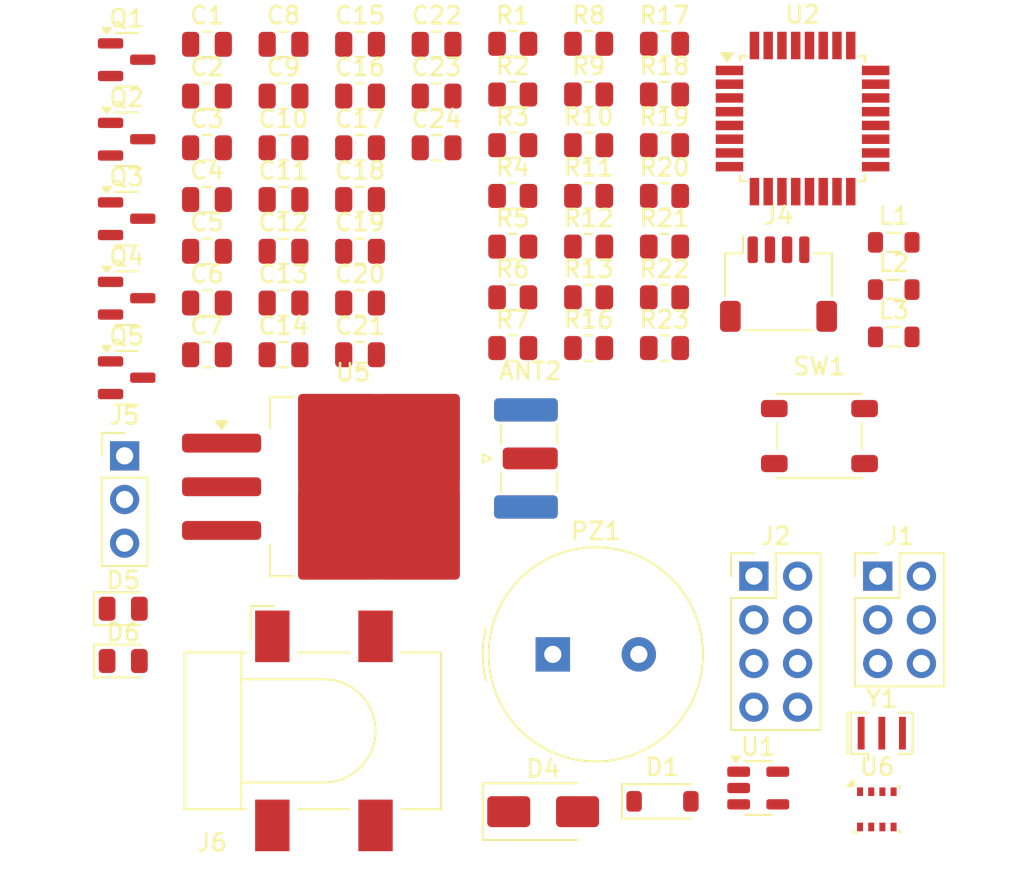
<source format=kicad_pcb>
(kicad_pcb (version 20241229) (generator "pcbnew") (generator_version "9.0")
  (layers (0 "F.Cu" signal) (2 "B.Cu" signal) (13 "F.Paste" user) (15 "B.Paste" user) (5 "F.SilkS" user "F.Silkscreen") (7 "B.SilkS" user "B.Silkscreen") (1 "F.Mask" user) (3 "B.Mask" user) (25 "Edge.Cuts" user))
  (net 0 "")
  (net 1 "Net-(ANT2-In)")
  (net 2 "GND")
  (net 3 "Net-(U5-VI)")
  (net 4 "/BATT-SENSE")
  (net 5 "+BATT")
  (net 6 "Net-(U1-BP)")
  (net 7 "+3.3V")
  (net 8 "Net-(U2-AREF)")
  (net 9 "Net-(U3-MIC-IN)")
  (net 10 "Net-(C14-Pad1)")
  (net 11 "Net-(C15-Pad2)")
  (net 12 "Net-(U3-ANTENNA)")
  (net 13 "Net-(C17-Pad2)")
  (net 14 "Net-(C18-Pad2)")
  (net 15 "Net-(Q5-D)")
  (net 16 "Net-(D1-A)")
  (net 18 "Net-(D5-A)")
  (net 19 "Net-(D6-A)")
  (net 20 "/MOSI")
  (net 21 "/SCK")
  (net 22 "/RESET")
  (net 23 "/MISO")
  (net 24 "/DIG-PTT")
  (net 25 "/SCL")
  (net 26 "Net-(J2-Pin_3)")
  (net 27 "Net-(J2-Pin_8)")
  (net 28 "Net-(J2-Pin_1)")
  (net 29 "/SDA")
  (net 30 "Net-(J4-Pin_4)")
  (net 31 "Net-(J4-Pin_3)")
  (net 34 "Net-(Q1-D)")
  (net 35 "Net-(Q1-S)")
  (net 36 "Net-(Q2-S)")
  (net 37 "Net-(Q2-D)")
  (net 38 "Net-(Q3-B)")
  (net 39 "Net-(Q4-C)")
  (net 40 "Net-(Q4-B)")
  (net 41 "/GPS-EN")
  (net 43 "Net-(U2-XTAL1{slash}PB6)")
  (net 44 "Net-(U2-XTAL2{slash}PB7)")
  (net 45 "Net-(U2-PD3)")
  (net 46 "Net-(U3-HIGH{slash}LOW)")
  (net 47 "Net-(U2-PD4)")
  (net 49 "Net-(U2-PB1)")
  (net 52 "/GPS-RX")
  (net 54 "Net-(U2-PB2)")
  (net 57 "/GPS-TX")
  (footprint "Capacitor_SMD:C_0805_2012Metric" (layer "F.Cu") (at 216.18 69.62)
    (property "Reference" "C6" (at 0 -1.68 0) (layer "F.SilkS"))
    (property "Value" "10nF")
    (pad "1" smd roundrect (at -0.95 0) (size 1 1.45) (layers "F.Cu" "F.Mask" "F.Paste") (net 5 "+BATT"))
    (pad "2" smd roundrect (at 0.95 0) (size 1 1.45) (layers "F.Cu" "F.Mask" "F.Paste") (net 2 "GND"))
  )
  (footprint "Capacitor_SMD:C_0805_2012Metric" (layer "F.Cu") (at 225.08 57.58)
    (property "Reference" "C16" (at 0 -1.68 0) (layer "F.SilkS"))
    (property "Value" "20pF")
    (pad "1" smd roundrect (at -0.95 0) (size 1 1.45) (layers "F.Cu" "F.Mask" "F.Paste") (net 2 "GND"))
    (pad "2" smd roundrect (at 0.95 0) (size 1 1.45) (layers "F.Cu" "F.Mask" "F.Paste") (net 12 "Net-(U3-ANTENNA)"))
  )
  (footprint "Resistor_SMD:R_0805_2012Metric" (layer "F.Cu") (at 233.96 72.24)
    (property "Reference" "R7" (at 0 -1.65 0) (layer "F.SilkS"))
    (property "Value" "10k")
    (pad "1" smd roundrect (at -0.9125 0) (size 1.025 1.4) (layers "F.Cu" "F.Mask" "F.Paste") (roundrect_rratio 0.243902) (net 7 "+3.3V"))
    (pad "2" smd roundrect (at 0.9125 0) (size 1.025 1.4) (layers "F.Cu" "F.Mask" "F.Paste") (roundrect_rratio 0.243902) (net 22 "/RESET"))
  )
  (footprint "Capacitor_SMD:C_0805_2012Metric" (layer "F.Cu") (at 216.18 54.57)
    (property "Reference" "C1" (at 0 -1.68 0) (layer "F.SilkS"))
    (property "Value" "10nF")
    (pad "1" smd roundrect (at -0.95 0) (size 1 1.45) (layers "F.Cu" "F.Mask" "F.Paste") (net 3 "Net-(U5-VI)"))
    (pad "2" smd roundrect (at 0.95 0) (size 1 1.45) (layers "F.Cu" "F.Mask" "F.Paste") (net 2 "GND"))
  )
  (footprint "Package_QFP:TQFP-32_7x7mm_P0.8mm" (layer "F.Cu") (at 250.81 58.89)
    (property "Reference" "U2" (at 0 -6.05 0) (layer "F.SilkS"))
    (property "Value" "ATMega 328p-AU")
    (pad "1" smd rect (at -4.25 -2.8) (size 1.6 0.55) (layers "F.Cu" "F.Mask" "F.Paste") (net 45 "Net-(U2-PD3)"))
    (pad "2" smd rect (at -4.25 -2) (size 1.6 0.55) (layers "F.Cu" "F.Mask" "F.Paste") (net 47 "Net-(U2-PD4)"))
    (pad "3" smd rect (at -4.25 -1.2) (size 1.6 0.55) (layers "F.Cu" "F.Mask" "F.Paste") (net 2 "GND"))
    (pad "4" smd rect (at -4.25 -0.4) (size 1.6 0.55) (layers "F.Cu" "F.Mask" "F.Paste") (net 7 "+3.3V"))
    (pad "5" smd rect (at -4.25 0.4) (size 1.6 0.55) (layers "F.Cu" "F.Mask" "F.Paste") (net 2 "GND"))
    (pad "6" smd rect (at -4.25 1.2) (size 1.6 0.55) (layers "F.Cu" "F.Mask" "F.Paste") (net 7 "+3.3V"))
    (pad "7" smd rect (at -4.25 2) (size 1.6 0.55) (layers "F.Cu" "F.Mask" "F.Paste") (net 43 "Net-(U2-XTAL1{slash}PB6)"))
    (pad "8" smd rect (at -4.25 2.8) (size 1.6 0.55) (layers "F.Cu" "F.Mask" "F.Paste") (net 44 "Net-(U2-XTAL2{slash}PB7)"))
    (pad "9" smd rect (at -2.8 4.25 90) (size 1.6 0.55) (layers "F.Cu" "F.Mask" "F.Paste") (net 27 "Net-(J2-Pin_8)"))
    (pad "10" smd rect (at -2 4.25 90) (size 1.6 0.55) (layers "F.Cu" "F.Mask" "F.Paste") (net 41 "/GPS-EN"))
    (pad "11" smd rect (at -1.2 4.25 90) (size 1.6 0.55) (layers "F.Cu" "F.Mask" "F.Paste") (net 57 "/GPS-TX"))
    (pad "12" smd rect (at -0.4 4.25 90) (size 1.6 0.55) (layers "F.Cu" "F.Mask" "F.Paste") (net 52 "/GPS-RX"))
    (pad "13" smd rect (at 0.4 4.25 90) (size 1.6 0.55) (layers "F.Cu" "F.Mask" "F.Paste") (net 49 "Net-(U2-PB1)"))
    (pad "14" smd rect (at 1.2 4.25 90) (size 1.6 0.55) (layers "F.Cu" "F.Mask" "F.Paste") (net 54 "Net-(U2-PB2)"))
    (pad "15" smd rect (at 2 4.25 90) (size 1.6 0.55) (layers "F.Cu" "F.Mask" "F.Paste") (net 20 "/MOSI"))
    (pad "16" smd rect (at 2.8 4.25 90) (size 1.6 0.55) (layers "F.Cu" "F.Mask" "F.Paste") (net 23 "/MISO"))
    (pad "17" smd rect (at 4.25 2.8) (size 1.6 0.55) (layers "F.Cu" "F.Mask" "F.Paste") (net 21 "/SCK"))
    (pad "18" smd rect (at 4.25 2) (size 1.6 0.55) (layers "F.Cu" "F.Mask" "F.Paste") (net 7 "+3.3V"))
    (pad "19" smd rect (at 4.25 1.2) (size 1.6 0.55) (layers "F.Cu" "F.Mask" "F.Paste"))
    (pad "20" smd rect (at 4.25 0.4) (size 1.6 0.55) (layers "F.Cu" "F.Mask" "F.Paste") (net 8 "Net-(U2-AREF)"))
    (pad "21" smd rect (at 4.25 -0.4) (size 1.6 0.55) (layers "F.Cu" "F.Mask" "F.Paste") (net 2 "GND"))
    (pad "22" smd rect (at 4.25 -1.2) (size 1.6 0.55) (layers "F.Cu" "F.Mask" "F.Paste"))
    (pad "23" smd rect (at 4.25 -2) (size 1.6 0.55) (layers "F.Cu" "F.Mask" "F.Paste"))
    (pad "24" smd rect (at 4.25 -2.8) (size 1.6 0.55) (layers "F.Cu" "F.Mask" "F.Paste") (net 4 "/BATT-SENSE"))
    (pad "25" smd rect (at 2.8 -4.25 90) (size 1.6 0.55) (layers "F.Cu" "F.Mask" "F.Paste"))
    (pad "26" smd rect (at 2 -4.25 90) (size 1.6 0.55) (layers "F.Cu" "F.Mask" "F.Paste"))
    (pad "27" smd rect (at 1.2 -4.25 90) (size 1.6 0.55) (layers "F.Cu" "F.Mask" "F.Paste") (net 29 "/SDA"))
    (pad "28" smd rect (at 0.4 -4.25 90) (size 1.6 0.55) (layers "F.Cu" "F.Mask" "F.Paste") (net 25 "/SCL"))
    (pad "29" smd rect (at -0.4 -4.25 90) (size 1.6 0.55) (layers "F.Cu" "F.Mask" "F.Paste") (net 22 "/RESET"))
    (pad "30" smd rect (at -1.2 -4.25 90) (size 1.6 0.55) (layers "F.Cu" "F.Mask" "F.Paste") (net 28 "Net-(J2-Pin_1)"))
    (pad "31" smd rect (at -2 -4.25 90) (size 1.6 0.55) (layers "F.Cu" "F.Mask" "F.Paste") (net 26 "Net-(J2-Pin_3)"))
    (pad "32" smd rect (at -2.8 -4.25 90) (size 1.6 0.55) (layers "F.Cu" "F.Mask" "F.Paste") (net 24 "/DIG-PTT"))
  )
  (footprint "Capacitor_SMD:C_0805_2012Metric" (layer "F.Cu") (at 225.08 63.6)
    (property "Reference" "C18" (at 0 -1.68 0) (layer "F.SilkS"))
    (property "Value" "36pF")
    (pad "1" smd roundrect (at -0.95 0) (size 1 1.45) (layers "F.Cu" "F.Mask" "F.Paste") (net 2 "GND"))
    (pad "2" smd roundrect (at 0.95 0) (size 1 1.45) (layers "F.Cu" "F.Mask" "F.Paste") (net 14 "Net-(C18-Pad2)"))
  )
  (footprint "Resistor_SMD:R_0805_2012Metric" (layer "F.Cu") (at 233.96 54.54)
    (property "Reference" "R1" (at 0 -1.65 0) (layer "F.SilkS"))
    (property "Value" "1k")
    (pad "1" smd roundrect (at -0.9125 0) (size 1.025 1.4) (layers "F.Cu" "F.Mask" "F.Paste") (roundrect_rratio 0.243902) (net 38 "Net-(Q3-B)"))
    (pad "2" smd roundrect (at 0.9125 0) (size 1.025 1.4) (layers "F.Cu" "F.Mask" "F.Paste") (roundrect_rratio 0.243902))
  )
  (footprint "Package_TO_SOT_SMD:SOT-23" (layer "F.Cu") (at 211.51 73.965)
    (property "Reference" "Q5" (at 0 -2.4 0) (layer "F.SilkS"))
    (property "Value" "DMP2004K-7")
    (pad "1" smd roundrect (at -0.9375 -0.95) (size 1.475 0.6) (layers "F.Cu" "F.Mask" "F.Paste") (net 41 "/GPS-EN"))
    (pad "2" smd roundrect (at -0.9375 0.95) (size 1.475 0.6) (layers "F.Cu" "F.Mask" "F.Paste") (net 7 "+3.3V"))
    (pad "3" smd roundrect (at 0.9375 0) (size 1.475 0.6) (layers "F.Cu" "F.Mask" "F.Paste") (net 15 "Net-(Q5-D)"))
  )
  (footprint "Crystal:Resonator_SMD_Murata_CSTxExxV-3Pin_3.0x1.1mm" (layer "F.Cu") (at 255.415 94.645)
    (property "Reference" "Y1" (at 0 -2 0) (layer "F.SilkS"))
    (property "Value" "8MHz")
    (pad "1" smd rect (at -1.2 0) (size 0.4 1.9) (layers "F.Cu" "F.Mask" "F.Paste") (net 44 "Net-(U2-XTAL2{slash}PB7)"))
    (pad "2" smd rect (at 0 0) (size 0.4 1.9) (layers "F.Cu" "F.Mask" "F.Paste") (net 2 "GND"))
    (pad "3" smd rect (at 1.2 0) (size 0.4 1.9) (layers "F.Cu" "F.Mask" "F.Paste") (net 43 "Net-(U2-XTAL1{slash}PB6)"))
  )
  (footprint "Connector_PinHeader_2.54mm:PinHeader_2x04_P2.54mm_Vertical" (layer "F.Cu") (at 247.98 85.51)
    (property "Reference" "J2" (at 1.27 -2.33 0) (layer "F.SilkS"))
    (property "Value" "8 Pin Male Header")
    (pad "1" thru_hole rect (at 0 0) (size 1.7 1.7) (drill 1) (layers "*.Cu" "*.Mask") (net 28 "Net-(J2-Pin_1)"))
    (pad "2" thru_hole oval (at 2.54 0) (size 1.7 1.7) (drill 1) (layers "*.Cu" "*.Mask") (net 7 "+3.3V"))
    (pad "3" thru_hole oval (at 0 2.54) (size 1.7 1.7) (drill 1) (layers "*.Cu" "*.Mask") (net 26 "Net-(J2-Pin_3)"))
    (pad "4" thru_hole oval (at 2.54 2.54) (size 1.7 1.7) (drill 1) (layers "*.Cu" "*.Mask") (net 25 "/SCL"))
    (pad "5" thru_hole oval (at 0 5.08) (size 1.7 1.7) (drill 1) (layers "*.Cu" "*.Mask") (net 2 "GND"))
    (pad "6" thru_hole oval (at 2.54 5.08) (size 1.7 1.7) (drill 1) (layers "*.Cu" "*.Mask") (net 29 "/SDA"))
    (pad "7" thru_hole oval (at 0 7.62) (size 1.7 1.7) (drill 1) (layers "*.Cu" "*.Mask") (net 24 "/DIG-PTT"))
    (pad "8" thru_hole oval (at 2.54 7.62) (size 1.7 1.7) (drill 1) (layers "*.Cu" "*.Mask") (net 27 "Net-(J2-Pin_8)"))
  )
  (footprint "Resistor_SMD:R_0805_2012Metric" (layer "F.Cu") (at 242.78 72.24)
    (property "Reference" "R23" (at 0 -1.65 0) (layer "F.SilkS"))
    (property "Value" "10k")
    (pad "1" smd roundrect (at -0.9125 0) (size 1.025 1.4) (layers "F.Cu" "F.Mask" "F.Paste") (roundrect_rratio 0.243902) (net 7 "+3.3V"))
    (pad "2" smd roundrect (at 0.9125 0) (size 1.025 1.4) (layers "F.Cu" "F.Mask" "F.Paste") (roundrect_rratio 0.243902) (net 41 "/GPS-EN"))
  )
  (footprint "Package_TO_SOT_SMD:SOT-23-5" (layer "F.Cu") (at 248.23 97.835)
    (property "Reference" "U1" (at 0 -2.4 0) (layer "F.SilkS"))
    (property "Value" "LP3985IM5-3.3/NOPB")
    (pad "1" smd roundrect (at -1.1375 -0.95) (size 1.325 0.6) (layers "F.Cu" "F.Mask" "F.Paste") (net 5 "+BATT"))
    (pad "2" smd roundrect (at -1.1375 0) (size 1.325 0.6) (layers "F.Cu" "F.Mask" "F.Paste") (net 2 "GND"))
    (pad "3" smd roundrect (at -1.1375 0.95) (size 1.325 0.6) (layers "F.Cu" "F.Mask" "F.Paste") (net 5 "+BATT"))
    (pad "4" smd roundrect (at 1.1375 0.95) (size 1.325 0.6) (layers "F.Cu" "F.Mask" "F.Paste") (net 6 "Net-(U1-BP)"))
    (pad "5" smd roundrect (at 1.1375 -0.95) (size 1.325 0.6) (layers "F.Cu" "F.Mask" "F.Paste") (net 7 "+3.3V"))
  )
  (footprint "Package_TO_SOT_SMD:SOT-23" (layer "F.Cu") (at 211.51 69.34)
    (property "Reference" "Q4" (at 0 -2.4 0) (layer "F.SilkS"))
    (property "Value" "MMBT3904")
    (pad "1" smd roundrect (at -0.9375 -0.95) (size 1.475 0.6) (layers "F.Cu" "F.Mask" "F.Paste") (net 40 "Net-(Q4-B)"))
    (pad "2" smd roundrect (at -0.9375 0.95) (size 1.475 0.6) (layers "F.Cu" "F.Mask" "F.Paste") (net 2 "GND"))
    (pad "3" smd roundrect (at 0.9375 0) (size 1.475 0.6) (layers "F.Cu" "F.Mask" "F.Paste") (net 39 "Net-(Q4-C)"))
  )
  (footprint "Capacitor_SMD:C_0805_2012Metric" (layer "F.Cu") (at 220.63 60.59)
    (property "Reference" "C10" (at 0 -1.68 0) (layer "F.SilkS"))
    (property "Value" "10nF")
    (pad "1" smd roundrect (at -0.95 0) (size 1 1.45) (layers "F.Cu" "F.Mask" "F.Paste") (net 7 "+3.3V"))
    (pad "2" smd roundrect (at 0.95 0) (size 1 1.45) (layers "F.Cu" "F.Mask" "F.Paste") (net 2 "GND"))
  )
  (footprint "Capacitor_SMD:C_0805_2012Metric" (layer "F.Cu") (at 225.08 69.62)
    (property "Reference" "C20" (at 0 -1.68 0) (layer "F.SilkS"))
    (property "Value" "10nF")
    (pad "1" smd roundrect (at -0.95 0) (size 1 1.45) (layers "F.Cu" "F.Mask" "F.Paste") (net 15 "Net-(Q5-D)"))
    (pad "2" smd roundrect (at 0.95 0) (size 1 1.45) (layers "F.Cu" "F.Mask" "F.Paste") (net 2 "GND"))
  )
  (footprint "Package_TO_SOT_SMD:TO-263-3_TabPin2" (layer "F.Cu") (at 224.68 80.31)
    (property "Reference" "U5" (at 0 -6.65 0) (layer "F.SilkS"))
    (property "Value" "LM1086-5.0")
    (pad "1" smd roundrect (at -7.65 -2.54) (size 4.6 1.1) (layers "F.Cu" "F.Mask" "F.Paste") (roundrect_rratio 0.227273) (net 2 "GND"))
    (pad "2" smd roundrect (at -7.65 0) (size 4.6 1.1) (layers "F.Cu" "F.Mask" "F.Paste") (roundrect_rratio 0.227273) (net 5 "+BATT"))
    (pad "2" smd roundrect (at -0.925 -2.775) (size 4.55 5.25) (layers "F.Cu" "F.Paste") (roundrect_rratio 0.054945) (net 5 "+BATT"))
    (pad "2" smd roundrect (at -0.925 2.775) (size 4.55 5.25) (layers "F.Cu" "F.Paste") (roundrect_rratio 0.054945) (net 5 "+BATT"))
    (pad "2" smd roundrect (at 1.5 0) (size 9.4 10.8) (layers "F.Cu" "F.Mask") (roundrect_rratio 0.026596) (net 5 "+BATT"))
    (pad "2" smd roundrect (at 3.925 -2.775) (size 4.55 5.25) (layers "F.Cu" "F.Paste") (roundrect_rratio 0.054945) (net 5 "+BATT"))
    (pad "2" smd roundrect (at 3.925 2.775) (size 4.55 5.25) (layers "F.Cu" "F.Paste") (roundrect_rratio 0.054945) (net 5 "+BATT"))
    (pad "3" smd roundrect (at -7.65 2.54) (size 4.6 1.1) (layers "F.Cu" "F.Mask" "F.Paste") (roundrect_rratio 0.227273) (net 3 "Net-(U5-VI)"))
  )
  (footprint "Buzzer_Beeper:Buzzer_TDK_PS1240P02BT_D12.2mm_H6.5mm" (layer "F.Cu") (at 236.288431 90.06)
    (property "Reference" "PZ1" (at 2.5 -7.17 0) (layer "F.SilkS"))
    (property "Value" "Piezo Buzzer")
    (pad "1" thru_hole rect (at 0 0) (size 2 2) (drill 1) (layers "*.Cu" "*.Mask") (net 5 "+BATT"))
    (pad "2" thru_hole circle (at 5 0) (size 2 2) (drill 1) (layers "*.Cu" "*.Mask") (net 16 "Net-(D1-A)"))
  )
  (footprint "Capacitor_SMD:C_0805_2012Metric" (layer "F.Cu") (at 229.53 57.58)
    (property "Reference" "C23" (at 0 -1.68 0) (layer "F.SilkS"))
    (property "Value" "10nF")
    (pad "1" smd roundrect (at -0.95 0) (size 1 1.45) (layers "F.Cu" "F.Mask" "F.Paste") (net 5 "+BATT"))
    (pad "2" smd roundrect (at 0.95 0) (size 1 1.45) (layers "F.Cu" "F.Mask" "F.Paste") (net 2 "GND"))
  )
  (footprint "Capacitor_SMD:C_0805_2012Metric" (layer "F.Cu") (at 229.53 60.59)
    (property "Reference" "C24" (at 0 -1.68 0) (layer "F.SilkS"))
    (property "Value" "10nF")
    (pad "1" smd roundrect (at -0.95 0) (size 1 1.45) (layers "F.Cu" "F.Mask" "F.Paste") (net 7 "+3.3V"))
    (pad "2" smd roundrect (at 0.95 0) (size 1 1.45) (layers "F.Cu" "F.Mask" "F.Paste") (net 2 "GND"))
  )
  (footprint "Diode_SMD:D_SOD-123" (layer "F.Cu") (at 242.665 98.61)
    (property "Reference" "D1" (at 0 -2 0) (layer "F.SilkS"))
    (property "Value" "1N4007FL")
    (pad "1" smd roundrect (at -1.65 0) (size 0.9 1.2) (layers "F.Cu" "F.Mask" "F.Paste") (net 5 "+BATT"))
    (pad "2" smd roundrect (at 1.65 0) (size 0.9 1.2) (layers "F.Cu" "F.Mask" "F.Paste") (net 16 "Net-(D1-A)"))
  )
  (footprint "Capacitor_SMD:C_0805_2012Metric" (layer "F.Cu") (at 216.18 66.61)
    (property "Reference" "C5" (at 0 -1.68 0) (layer "F.SilkS"))
    (property "Value" "10nF")
    (pad "1" smd roundrect (at -0.95 0) (size 1 1.45) (layers "F.Cu" "F.Mask" "F.Paste") (net 5 "+BATT"))
    (pad "2" smd roundrect (at 0.95 0) (size 1 1.45) (layers "F.Cu" "F.Mask" "F.Paste") (net 2 "GND"))
  )
  (footprint "Capacitor_SMD:C_0805_2012Metric" (layer "F.Cu") (at 229.53 54.57)
    (property "Reference" "C22" (at 0 -1.68 0) (layer "F.SilkS"))
    (property "Value" "10nF")
    (pad "1" smd roundrect (at -0.95 0) (size 1 1.45) (layers "F.Cu" "F.Mask" "F.Paste") (net 5 "+BATT"))
    (pad "2" smd roundrect (at 0.95 0) (size 1 1.45) (layers "F.Cu" "F.Mask" "F.Paste") (net 2 "GND"))
  )
  (footprint "Resistor_SMD:R_0805_2012Metric" (layer "F.Cu") (at 238.37 60.44)
    (property "Reference" "R10" (at 0 -1.65 0) (layer "F.SilkS"))
    (property "Value" "10k")
    (pad "1" smd roundrect (at -0.9125 0) (size 1.025 1.4) (layers "F.Cu" "F.Mask" "F.Paste") (roundrect_rratio 0.243902) (net 35 "Net-(Q1-S)"))
    (pad "2" smd roundrect (at 0.9125 0) (size 1.025 1.4) (layers "F.Cu" "F.Mask" "F.Paste") (roundrect_rratio 0.243902) (net 7 "+3.3V"))
  )
  (footprint "Capacitor_SMD:C_0805_2012Metric" (layer "F.Cu") (at 220.63 69.62)
    (property "Reference" "C13" (at 0 -1.68 0) (layer "F.SilkS"))
    (property "Value" "10nF")
    (pad "1" smd roundrect (at -0.95 0) (size 1 1.45) (layers "F.Cu" "F.Mask" "F.Paste") (net 8 "Net-(U2-AREF)"))
    (pad "2" smd roundrect (at 0.95 0) (size 1 1.45) (layers "F.Cu" "F.Mask" "F.Paste") (net 2 "GND"))
  )
  (footprint "Capacitor_SMD:C_0805_2012Metric" (layer "F.Cu") (at 225.08 54.57)
    (property "Reference" "C15" (at 0 -1.68 0) (layer "F.SilkS"))
    (property "Value" "10nF")
    (pad "1" smd roundrect (at -0.95 0) (size 1 1.45) (layers "F.Cu" "F.Mask" "F.Paste") (net 10 "Net-(C14-Pad1)"))
    (pad "2" smd roundrect (at 0.95 0) (size 1 1.45) (layers "F.Cu" "F.Mask" "F.Paste") (net 11 "Net-(C15-Pad2)"))
  )
  (footprint "Capacitor_SMD:C_0805_2012Metric" (layer "F.Cu") (at 220.63 72.63)
    (property "Reference" "C14" (at 0 -1.68 0) (layer "F.SilkS"))
    (property "Value" "1uF")
    (pad "1" smd roundrect (at -0.95 0) (size 1 1.45) (layers "F.Cu" "F.Mask" "F.Paste") (net 10 "Net-(C14-Pad1)"))
    (pad "2" smd roundrect (at 0.95 0) (size 1 1.45) (layers "F.Cu" "F.Mask" "F.Paste") (net 9 "Net-(U3-MIC-IN)"))
  )
  (footprint "Capacitor_SMD:C_0805_2012Metric" (layer "F.Cu") (at 220.63 57.58)
    (property "Reference" "C9" (at 0 -1.68 0) (layer "F.SilkS"))
    (property "Value" "10nF")
    (pad "1" smd roundrect (at -0.95 0) (size 1 1.45) (layers "F.Cu" "F.Mask" "F.Paste") (net 7 "+3.3V"))
    (pad "2" smd roundrect (at 0.95 0) (size 1 1.45) (layers "F.Cu" "F.Mask" "F.Paste") (net 2 "GND"))
  )
  (footprint "Package_LGA:Bosch_LGA-8_2.5x2.5mm_P0.65mm_ClockwisePinNumbering" (layer "F.Cu") (at 255.125 99.075)
    (property "Reference" "U6" (at 0.015 -2.465 0) (layer "F.SilkS"))
    (property "Value" "BME280")
    (pad "1" smd rect (at -0.975 -1.025 90) (size 0.5 0.35) (layers "F.Cu" "F.Mask" "F.Paste") (net 2 "GND"))
    (pad "2" smd rect (at -0.325 -1.025 90) (size 0.5 0.35) (layers "F.Cu" "F.Mask" "F.Paste") (net 7 "+3.3V"))
    (pad "3" smd rect (at 0.325 -1.025 90) (size 0.5 0.35) (layers "F.Cu" "F.Mask" "F.Paste") (net 31 "Net-(J4-Pin_3)"))
    (pad "4" smd rect (at 0.975 -1.025 90) (size 0.5 0.35) (layers "F.Cu" "F.Mask" "F.Paste") (net 30 "Net-(J4-Pin_4)"))
    (pad "5" smd rect (at 0.975 1.025 90) (size 0.5 0.35) (layers "F.Cu" "F.Mask" "F.Paste") (net 2 "GND"))
    (pad "6" smd rect (at 0.325 1.025 90) (size 0.5 0.35) (layers "F.Cu" "F.Mask" "F.Paste") (net 7 "+3.3V"))
    (pad "7" smd rect (at -0.325 1.025 90) (size 0.5 0.35) (layers "F.Cu" "F.Mask" "F.Paste") (net 2 "GND"))
    (pad "8" smd rect (at -0.975 1.025 90) (size 0.5 0.35) (layers "F.Cu" "F.Mask" "F.Paste") (net 7 "+3.3V"))
  )
  (footprint "Capacitor_SMD:C_0805_2012Metric" (layer "F.Cu") (at 216.18 60.59)
    (property "Reference" "C3" (at 0 -1.68 0) (layer "F.SilkS"))
    (property "Value" "10nF")
    (pad "1" smd roundrect (at -0.95 0) (size 1 1.45) (layers "F.Cu" "F.Mask" "F.Paste") (net 5 "+BATT"))
    (pad "2" smd roundrect (at 0.95 0) (size 1 1.45) (layers "F.Cu" "F.Mask" "F.Paste") (net 2 "GND"))
  )
  (footprint "Capacitor_SMD:C_0805_2012Metric" (layer "F.Cu") (at 220.63 63.6)
    (property "Reference" "C11" (at 0 -1.68 0) (layer "F.SilkS"))
    (property "Value" "10nF")
    (pad "1" smd roundrect (at -0.95 0) (size 1 1.45) (layers "F.Cu" "F.Mask" "F.Paste") (net 7 "+3.3V"))
    (pad "2" smd roundrect (at 0.95 0) (size 1 1.45) (layers "F.Cu" "F.Mask" "F.Paste") (net 2 "GND"))
  )
  (footprint "Package_TO_SOT_SMD:SOT-23" (layer "F.Cu") (at 211.51 55.465)
    (property "Reference" "Q1" (at 0 -2.4 0) (layer "F.SilkS"))
    (property "Value" "BSS138")
    (pad "1" smd roundrect (at -0.9375 -0.95) (size 1.475 0.6) (layers "F.Cu" "F.Mask" "F.Paste") (net 7 "+3.3V"))
    (pad "2" smd roundrect (at -0.9375 0.95) (size 1.475 0.6) (layers "F.Cu" "F.Mask" "F.Paste") (net 35 "Net-(Q1-S)"))
    (pad "3" smd roundrect (at 0.9375 0) (size 1.475 0.6) (layers "F.Cu" "F.Mask" "F.Paste") (net 34 "Net-(Q1-D)"))
  )
  (footprint "Resistor_SMD:R_0805_2012Metric" (layer "F.Cu") (at 238.37 63.39)
    (property "Reference" "R11" (at 0 -1.65 0) (layer "F.SilkS"))
    (property "Value" "10k")
    (pad "1" smd roundrect (at -0.9125 0) (size 1.025 1.4) (layers "F.Cu" "F.Mask" "F.Paste") (roundrect_rratio 0.243902) (net 34 "Net-(Q1-D)"))
    (pad "2" smd roundrect (at 0.9125 0) (size 1.025 1.4) (layers "F.Cu" "F.Mask" "F.Paste") (roundrect_rratio 0.243902) (net 5 "+BATT"))
  )
  (footprint "Resistor_SMD:R_0805_2012Metric" (layer "F.Cu") (at 242.78 60.44)
    (property "Reference" "R19" (at 0 -1.65 0) (layer "F.SilkS"))
    (property "Value" "10k")
    (pad "1" smd roundrect (at -0.9125 0) (size 1.025 1.4) (layers "F.Cu" "F.Mask" "F.Paste") (roundrect_rratio 0.243902) (net 2 "GND"))
    (pad "2" smd roundrect (at 0.9125 0) (size 1.025 1.4) (layers "F.Cu" "F.Mask" "F.Paste") (roundrect_rratio 0.243902) (net 46 "Net-(U3-HIGH{slash}LOW)"))
  )
  (footprint "Capacitor_SMD:C_0805_2012Metric" (layer "F.Cu") (at 225.08 66.61)
    (property "Reference" "C19" (at 0 -1.68 0) (layer "F.SilkS"))
    (property "Value" "20pF")
    (pad "1" smd roundrect (at -0.95 0) (size 1 1.45) (layers "F.Cu" "F.Mask" "F.Paste") (net 2 "GND"))
    (pad "2" smd roundrect (at 0.95 0) (size 1 1.45) (layers "F.Cu" "F.Mask" "F.Paste") (net 1 "Net-(ANT2-In)"))
  )
  (footprint "Diode_SMD:D_SMA" (layer "F.Cu") (at 235.725 99.21)
    (property "Reference" "D4" (at 0 -2.5 0) (layer "F.SilkS"))
    (property "Value" "CDBA340L-G Schottky")
    (pad "1" smd roundrect (at -2 0) (size 2.5 1.8) (layers "F.Cu" "F.Mask" "F.Paste") (roundrect_rratio 0.1388888889) (net 5 "+BATT"))
    (pad "2" smd roundrect (at 2 0) (size 2.5 1.8) (layers "F.Cu" "F.Mask" "F.Paste") (roundrect_rratio 0.1388888889))
  )
  (footprint "Diode_SMD:D_0805_2012Metric" (layer "F.Cu") (at 211.31 87.405)
    (property "Reference" "D5" (at 0 -1.65 0) (layer "F.SilkS"))
    (property "Value" "Red")
    (pad "1" smd roundrect (at -0.9375 0) (size 0.975 1.4) (layers "F.Cu" "F.Mask" "F.Paste") (net 2 "GND"))
    (pad "2" smd roundrect (at 0.9375 0) (size 0.975 1.4) (layers "F.Cu" "F.Mask" "F.Paste") (net 18 "Net-(D5-A)"))
  )
  (footprint "Connector_PinHeader_2.54mm:PinHeader_2x03_P2.54mm_Vertical" (layer "F.Cu") (at 255.18 85.51)
    (property "Reference" "J1" (at 1.27 -2.33 0) (layer "F.SilkS"))
    (property "Value" "6 Pin Male Header")
    (pad "1" thru_hole rect (at 0 0) (size 1.7 1.7) (drill 1) (layers "*.Cu" "*.Mask") (net 23 "/MISO"))
    (pad "2" thru_hole oval (at 2.54 0) (size 1.7 1.7) (drill 1) (layers "*.Cu" "*.Mask") (net 5 "+BATT"))
    (pad "3" thru_hole oval (at 0 2.54) (size 1.7 1.7) (drill 1) (layers "*.Cu" "*.Mask") (net 21 "/SCK"))
    (pad "4" thru_hole oval (at 2.54 2.54) (size 1.7 1.7) (drill 1) (layers "*.Cu" "*.Mask") (net 20 "/MOSI"))
    (pad "5" thru_hole oval (at 0 5.08) (size 1.7 1.7) (drill 1) (layers "*.Cu" "*.Mask") (net 22 "/RESET"))
    (pad "6" thru_hole oval (at 2.54 5.08) (size 1.7 1.7) (drill 1) (layers "*.Cu" "*.Mask") (net 2 "GND"))
  )
  (footprint "Resistor_SMD:R_0805_2012Metric" (layer "F.Cu") (at 238.37 54.54)
    (property "Reference" "R8" (at 0 -1.65 0) (layer "F.SilkS"))
    (property "Value" "4.7k")
    (pad "1" smd roundrect (at -0.9125 0) (size 1.025 1.4) (layers "F.Cu" "F.Mask" "F.Paste") (roundrect_rratio 0.243902) (net 7 "+3.3V"))
    (pad "2" smd roundrect (at 0.9125 0) (size 1.025 1.4) (layers "F.Cu" "F.Mask" "F.Paste") (roundrect_rratio 0.243902) (net 25 "/SCL"))
  )
  (footprint "Capacitor_SMD:C_0805_2012Metric" (layer "F.Cu") (at 225.08 72.63)
    (property "Reference" "C21" (at 0 -1.68 0) (layer "F.SilkS"))
    (property "Value" "2.2uF")
    (pad "1" smd roundrect (at -0.95 0) (size 1 1.45) (layers "F.Cu" "F.Mask" "F.Paste") (net 5 "+BATT"))
    (pad "2" smd roundrect (at 0.95 0) (size 1 1.45) (layers "F.Cu" "F.Mask" "F.Paste") (net 2 "GND"))
  )
  (footprint "Resistor_SMD:R_0805_2012Metric" (layer "F.Cu") (at 233.96 57.49)
    (property "Reference" "R2" (at 0 -1.65 0) (layer "F.SilkS"))
    (property "Value" "100k")
    (pad "1" smd roundrect (at -0.9125 0) (size 1.025 1.4) (layers "F.Cu" "F.Mask" "F.Paste") (roundrect_rratio 0.243902) (net 4 "/BATT-SENSE"))
    (pad "2" smd roundrect (at 0.9125 0) (size 1.025 1.4) (layers "F.Cu" "F.Mask" "F.Paste") (roundrect_rratio 0.243902) (net 5 "+BATT"))
  )
  (footprint "Resistor_SMD:R_0805_2012Metric" (layer "F.Cu") (at 238.37 57.49)
    (property "Reference" "R9" (at 0 -1.65 0) (layer "F.SilkS"))
    (property "Value" "4.7k")
    (pad "1" smd roundrect (at -0.9125 0) (size 1.025 1.4) (layers "F.Cu" "F.Mask" "F.Paste") (roundrect_rratio 0.243902) (net 7 "+3.3V"))
    (pad "2" smd roundrect (at 0.9125 0) (size 1.025 1.4) (layers "F.Cu" "F.Mask" "F.Paste") (roundrect_rratio 0.243902) (net 29 "/SDA"))
  )
  (footprint "Connector_JST:JST_SH_SM04B-SRSS-TB_1x04-1MP_P1.00mm_Horizontal" (layer "F.Cu") (at 249.41 68.52)
    (property "Reference" "J4" (at 0 -3.98 0) (layer "F.SilkS"))
    (property "Value" "Qwiic")
    (pad "1" smd roundrect (at -1.5 -2) (size 0.6 1.55) (layers "F.Cu" "F.Mask" "F.Paste") (net 2 "GND"))
    (pad "2" smd roundrect (at -0.5 -2) (size 0.6 1.55) (layers "F.Cu" "F.Mask" "F.Paste") (net 7 "+3.3V"))
    (pad "3" smd roundrect (at 0.5 -2) (size 0.6 1.55) (layers "F.Cu" "F.Mask" "F.Paste") (net 31 "Net-(J4-Pin_3)"))
    (pad "4" smd roundrect (at 1.5 -2) (size 0.6 1.55) (layers "F.Cu" "F.Mask" "F.Paste") (net 30 "Net-(J4-Pin_4)"))
    (pad "MP" smd roundrect (at -2.8 1.875) (size 1.2 1.8) (layers "F.Cu" "F.Mask" "F.Paste") (roundrect_rratio 0.208333))
    (pad "MP" smd roundrect (at 2.8 1.875) (size 1.2 1.8) (layers "F.Cu" "F.Mask" "F.Paste") (roundrect_rratio 0.208333))
  )
  (footprint "Resistor_SMD:R_0805_2012Metric" (layer "F.Cu") (at 242.78 66.34)
    (property "Reference" "R21" (at 0 -1.65 0) (layer "F.SilkS"))
    (property "Value" "10k")
    (pad "1" smd roundrect (at -0.9125 0) (size 1.025 1.4) (layers "F.Cu" "F.Mask" "F.Paste") (roundrect_rratio 0.243902) (net 2 "GND"))
    (pad "2" smd roundrect (at 0.9125 0) (size 1.025 1.4) (layers "F.Cu" "F.Mask" "F.Paste") (roundrect_rratio 0.243902) (net 11 "Net-(C15-Pad2)"))
  )
  (footprint "Resistor_SMD:R_0805_2012Metric" (layer "F.Cu") (at 238.37 72.24)
    (property "Reference" "R16" (at 0 -1.65 0) (layer "F.SilkS"))
    (property "Value" "4.7k")
    (pad "1" smd roundrect (at -0.9125 0) (size 1.025 1.4) (layers "F.Cu" "F.Mask" "F.Paste") (roundrect_rratio 0.243902) (net 45 "Net-(U2-PD3)"))
    (pad "2" smd roundrect (at 0.9125 0) (size 1.025 1.4) (layers "F.Cu" "F.Mask" "F.Paste") (roundrect_rratio 0.243902) (net 10 "Net-(C14-Pad1)"))
  )
  (footprint "Inductor_SMD:L_0805_2012Metric" (layer "F.Cu") (at 256.11 68.84)
    (property "Reference" "L2" (at 0 -1.55 0) (layer "F.SilkS"))
    (property "Value" "68nH")
    (pad "1" smd roundrect (at -1.0625 0) (size 0.875 1.2) (layers "F.Cu" "F.Mask" "F.Paste") (net 13 "Net-(C17-Pad2)"))
    (pad "2" smd roundrect (at 1.0625 0) (size 0.875 1.2) (layers "F.Cu" "F.Mask" "F.Paste") (net 14 "Net-(C18-Pad2)"))
  )
  (footprint "Inductor_SMD:L_0805_2012Metric" (layer "F.Cu") (at 256.11 66.09)
    (property "Reference" "L1" (at 0 -1.55 0) (layer "F.SilkS"))
    (property "Value" "56nH")
    (pad "1" smd roundrect (at -1.0625 0) (size 0.875 1.2) (layers "F.Cu" "F.Mask" "F.Paste") (net 12 "Net-(U3-ANTENNA)"))
    (pad "2" smd roundrect (at 1.0625 0) (size 0.875 1.2) (layers "F.Cu" "F.Mask" "F.Paste") (net 13 "Net-(C17-Pad2)"))
  )
  (footprint "Inductor_SMD:L_0805_2012Metric" (layer "F.Cu") (at 256.11 71.59)
    (property "Reference" "L3" (at 0 -1.55 0) (layer "F.SilkS"))
    (property "Value" "56nH")
    (pad "1" smd roundrect (at -1.0625 0) (size 0.875 1.2) (layers "F.Cu" "F.Mask" "F.Paste") (net 14 "Net-(C18-Pad2)"))
    (pad "2" smd roundrect (at 1.0625 0) (size 0.875 1.2) (layers "F.Cu" "F.Mask" "F.Paste") (net 1 "Net-(ANT2-In)"))
  )
  (footprint "Resistor_SMD:R_0805_2012Metric" (layer "F.Cu") (at 233.96 66.34)
    (property "Reference" "R5" (at 0 -1.65 0) (layer "F.SilkS"))
    (property "Value" "1k")
    (pad "1" smd roundrect (at -0.9125 0) (size 1.025 1.4) (layers "F.Cu" "F.Mask" "F.Paste") (roundrect_rratio 0.243902) (net 21 "/SCK"))
    (pad "2" smd roundrect (at 0.9125 0) (size 1.025 1.4) (layers "F.Cu" "F.Mask" "F.Paste") (roundrect_rratio 0.243902) (net 19 "Net-(D6-A)"))
  )
  (footprint "Capacitor_SMD:C_0805_2012Metric" (layer "F.Cu") (at 216.18 72.63)
    (property "Reference" "C7" (at 0 -1.68 0) (layer "F.SilkS"))
    (property "Value" "10nF")
    (pad "1" smd roundrect (at -0.95 0) (size 1 1.45) (layers "F.Cu" "F.Mask" "F.Paste") (net 6 "Net-(U1-BP)"))
    (pad "2" smd roundrect (at 0.95 0) (size 1 1.45) (layers "F.Cu" "F.Mask" "F.Paste") (net 2 "GND"))
  )
  (footprint "Resistor_SMD:R_0805_2012Metric" (layer "F.Cu") (at 238.37 69.29)
    (property "Reference" "R13" (at 0 -1.65 0) (layer "F.SilkS"))
    (property "Value" "10k")
    (pad "1" smd roundrect (at -0.9125 0) (size 1.025 1.4) (layers "F.Cu" "F.Mask" "F.Paste") (roundrect_rratio 0.243902) (net 37 "Net-(Q2-D)"))
    (pad "2" smd roundrect (at 0.9125 0) (size 1.025 1.4) (layers "F.Cu" "F.Mask" "F.Paste") (roundrect_rratio 0.243902) (net 5 "+BATT"))
  )
  (footprint "Button_Switch_SMD:SW_SPST_PTS647_Sx38" (layer "F.Cu") (at 251.79 77.36)
    (property "Reference" "SW1" (at 0 -4.05 0) (layer "F.SilkS"))
    (property "Value" "Reset Switch")
    (pad "1" smd roundrect (at -2.625 -1.6) (size 1.55 1) (layers "F.Cu" "F.Mask" "F.Paste"))
    (pad "1" smd roundrect (at 2.625 -1.6) (size 1.55 1) (layers "F.Cu" "F.Mask" "F.Paste"))
    (pad "2" smd roundrect (at -2.625 1.6) (size 1.55 1) (layers "F.Cu" "F.Mask" "F.Paste") (net 2 "GND"))
    (pad "2" smd roundrect (at 2.625 1.6) (size 1.55 1) (layers "F.Cu" "F.Mask" "F.Paste") (net 2 "GND"))
  )
  (footprint "Capacitor_SMD:C_0805_2012Metric" (layer "F.Cu") (at 225.08 60.59)
    (property "Reference" "C17" (at 0 -1.68 0) (layer "F.SilkS"))
    (property "Value" "36pF")
    (pad "1" smd roundrect (at -0.95 0) (size 1 1.45) (layers "F.Cu" "F.Mask" "F.Paste") (net 2 "GND"))
    (pad "2" smd roundrect (at 0.95 0) (size 1 1.45) (layers "F.Cu" "F.Mask" "F.Paste") (net 13 "Net-(C17-Pad2)"))
  )
  (footprint "Resistor_SMD:R_0805_2012Metric" (layer "F.Cu") (at 242.78 54.54)
    (property "Reference" "R17" (at 0 -1.65 0) (layer "F.SilkS"))
    (property "Value" "1k")
    (pad "1" smd roundrect (at -0.9125 0) (size 1.025 1.4) (layers "F.Cu" "F.Mask" "F.Paste") (roundrect_rratio 0.243902) (net 24 "/DIG-PTT"))
    (pad "2" smd roundrect (at 0.9125 0) (size 1.025 1.4) (layers "F.Cu" "F.Mask" "F.Paste") (roundrect_rratio 0.243902) (net 40 "Net-(Q4-B)"))
  )
  (footprint "Package_TO_SOT_SMD:SOT-23" (layer "F.Cu") (at 211.51 60.09)
    (property "Reference" "Q2" (at 0 -2.4 0) (layer "F.SilkS"))
    (property "Value" "BSS138")
    (pad "1" smd roundrect (at -0.9375 -0.95) (size 1.475 0.6) (layers "F.Cu" "F.Mask" "F.Paste") (net 7 "+3.3V"))
    (pad "2" smd roundrect (at -0.9375 0.95) (size 1.475 0.6) (layers "F.Cu" "F.Mask" "F.Paste") (net 36 "Net-(Q2-S)"))
    (pad "3" smd roundrect (at 0.9375 0) (size 1.475 0.6) (layers "F.Cu" "F.Mask" "F.Paste") (net 37 "Net-(Q2-D)"))
  )
  (footprint "Capacitor_SMD:C_0805_2012Metric" (layer "F.Cu") (at 220.63 66.61)
    (property "Reference" "C12" (at 0 -1.68 0) (layer "F.SilkS"))
    (property "Value" "47uF")
    (pad "1" smd roundrect (at -0.95 0) (size 1 1.45) (layers "F.Cu" "F.Mask" "F.Paste") (net 7 "+3.3V"))
    (pad "2" smd roundrect (at 0.95 0) (size 1 1.45) (layers "F.Cu" "F.Mask" "F.Paste") (net 2 "GND"))
  )
  (footprint "Resistor_SMD:R_0805_2012Metric" (layer "F.Cu") (at 238.37 66.34)
    (property "Reference" "R12" (at 0 -1.65 0) (layer "F.SilkS"))
    (property "Value" "10k")
    (pad "1" smd roundrect (at -0.9125 0) (size 1.025 1.4) (layers "F.Cu" "F.Mask" "F.Paste") (roundrect_rratio 0.243902) (net 36 "Net-(Q2-S)"))
    (pad "2" smd roundrect (at 0.9125 0) (size 1.025 1.4) (layers "F.Cu" "F.Mask" "F.Paste") (roundrect_rratio 0.243902) (net 7 "+3.3V"))
  )
  (footprint "Resistor_SMD:R_0805_2012Metric" (layer "F.Cu") (at 233.96 69.29)
    (property "Reference" "R6" (at 0 -1.65 0) (layer "F.SilkS"))
    (property "Value" "1M")
    (pad "1" smd roundrect (at -0.9125 0) (size 1.025 1.4) (layers "F.Cu" "F.Mask" "F.Paste") (roundrect_rratio 0.243902) (net 43 "Net-(U2-XTAL1{slash}PB6)"))
    (pad "2" smd roundrect (at 0.9125 0) (size 1.025 1.4) (layers "F.Cu" "F.Mask" "F.Paste") (roundrect_rratio 0.243902) (net 44 "Net-(U2-XTAL2{slash}PB7)"))
  )
  (footprint "Resistor_SMD:R_0805_2012Metric" (layer "F.Cu") (at 242.78 57.49)
    (property "Reference" "R18" (at 0 -1.65 0) (layer "F.SilkS"))
    (property "Value" "10k")
    (pad "1" smd roundrect (at -0.9125 0) (size 1.025 1.4) (layers "F.Cu" "F.Mask" "F.Paste") (roundrect_rratio 0.243902) (net 39 "Net-(Q4-C)"))
    (pad "2" smd roundrect (at 0.9125 0) (size 1.025 1.4) (layers "F.Cu" "F.Mask" "F.Paste") (roundrect_rratio 0.243902) (net 5 "+BATT"))
  )
  (footprint "Connector_Coaxial:SMA_Samtec_SMA-J-P-H-ST-EM1_EdgeMount" (layer "F.Cu") (at 234.975 78.66)
    (property "Reference" "ANT2" (at 0 -5.08 180) (layer "F.SilkS"))
    (property "Value" "SMA Edge Mount (Optional)")
    (pad "1" smd roundrect (at 0 0 90) (size 1.27 3.2) (layers "F.Cu" "F.Mask") (roundrect_rratio 0.1968503937) (net 1 "Net-(ANT2-In)"))
    (pad "2" smd roundrect (at -0.25 -2.825 90) (size 1.35 3.7) (layers "F.Cu" "F.Mask") (roundrect_rratio 0.1851851852) (net 2 "GND"))
    (pad "2" smd roundrect (at -0.25 -2.825 90) (size 1.35 3.7) (layers "B.Cu" "B.Mask") (roundrect_rratio 0.1851851852) (net 2 "GND"))
    (pad "2" smd roundrect (at -0.25 2.825 90) (size 1.35 3.7) (layers "F.Cu" "F.Mask") (roundrect_rratio 0.1851851852) (net 2 "GND"))
    (pad "2" smd roundrect (at -0.25 2.825 90) (size 1.35 3.7) (layers "B.Cu" "B.Mask") (roundrect_rratio 0.1851851852) (net 2 "GND"))
  )
  (footprint "Resistor_SMD:R_0805_2012Metric" (layer "F.Cu") (at 233.96 60.44)
    (property "Reference" "R3" (at 0 -1.65 0) (layer "F.SilkS"))
    (property "Value" "22k")
    (pad "1" smd roundrect (at -0.9125 0) (size 1.025 1.4) (layers "F.Cu" "F.Mask" "F.Paste") (roundrect_rratio 0.243902) (net 2 "GND"))
    (pad "2" smd roundrect (at 0.9125 0) (size 1.025 1.4) (layers "F.Cu" "F.Mask" "F.Paste") (roundrect_rratio 0.243902) (net 4 "/BATT-SENSE"))
  )
  (footprint "Capacitor_SMD:C_0805_2012Metric" (layer "F.Cu") (at 220.63 54.57)
    (property "Reference" "C8" (at 0 -1.68 0) (layer "F.SilkS"))
    (property "Value" "2.2uF")
    (pad "1" smd roundrect (at -0.95 0) (size 1 1.45) (layers "F.Cu" "F.Mask" "F.Paste") (net 7 "+3.3V"))
    (pad "2" smd roundrect (at 0.95 0) (size 1 1.45) (layers "F.Cu" "F.Mask" "F.Paste") (net 2 "GND"))
  )
  (footprint "Resistor_SMD:R_0805_2012Metric" (layer "F.Cu") (at 233.96 63.39)
    (property "Reference" "R4" (at 0 -1.65 0) (layer "F.SilkS"))
    (property "Value" "1k")
    (pad "1" smd roundrect (at -0.9125 0) (size 1.025 1.4) (layers "F.Cu" "F.Mask" "F.Paste") (roundrect_rratio 0.243902) (net 24 "/DIG-PTT"))
    (pad "2" smd roundrect (at 0.9125 0) (size 1.025 1.4) (layers "F.Cu" "F.Mask" "F.Paste") (roundrect_rratio 0.243902) (net 18 "Net-(D5-A)"))
  )
  (footprint "Package_TO_SOT_SMD:SOT-23" (layer "F.Cu") (at 211.51 64.715)
    (property "Reference" "Q3" (at 0 -2.4 0) (layer "F.SilkS"))
    (property "Value" "MMBT3904")
    (pad "1" smd roundrect (at -0.9375 -0.95) (size 1.475 0.6) (layers "F.Cu" "F.Mask" "F.Paste") (net 38 "Net-(Q3-B)"))
    (pad "2" smd roundrect (at -0.9375 0.95) (size 1.475 0.6) (layers "F.Cu" "F.Mask" "F.Paste") (net 2 "GND"))
    (pad "3" smd roundrect (at 0.9375 0) (size 1.475 0.6) (layers "F.Cu" "F.Mask" "F.Paste") (net 16 "Net-(D1-A)"))
  )
  (footprint "Capacitor_SMD:C_0805_2012Metric" (layer "F.Cu") (at 216.18 63.6)
    (property "Reference" "C4" (at 0 -1.68 0) (layer "F.SilkS"))
    (property "Value" "10nF")
    (pad "1" smd roundrect (at -0.95 0) (size 1 1.45) (layers "F.Cu" "F.Mask" "F.Paste") (net 5 "+BATT"))
    (pad "2" smd roundrect (at 0.95 0) (size 1 1.45) (layers "F.Cu" "F.Mask" "F.Paste") (net 2 "GND"))
  )
  (footprint "Connector_BarrelJack:BarrelJack_CLIFF_FC681465S_SMT_Horizontal" (layer "F.Cu") (at 222.98 94.51)
    (property "Reference" "J6" (at -6.5 6.5 180) (layer "F.SilkS"))
    (property "Value" "Barrel_Jack_Switch")
    (pad "" np_thru_hole oval (at -2.9 0 90) (size 2 1.5) (drill oval 2 1.5) (layers "*.Cu" "*.Mask"))
    (pad "" np_thru_hole circle (at 1.5 0 90) (size 2 2) (drill 2) (layers "*.Cu" "*.Mask"))
    (pad "1" smd rect (at -3 -5.5 90) (size 3 2) (layers "F.Cu" "F.Mask" "F.Paste") (net 3 "Net-(U5-VI)"))
    (pad "1" smd rect (at 3 -5.5 90) (size 3 2) (layers "F.Cu" "F.Mask" "F.Paste") (net 3 "Net-(U5-VI)"))
    (pad "2" smd rect (at 3 5.5 90) (size 3 2) (layers "F.Cu" "F.Mask" "F.Paste") (net 2 "GND"))
    (pad "3" smd rect (at -3 5.5 90) (size 3 2) (layers "F.Cu" "F.Mask" "F.Paste") (net 2 "GND"))
  )
  (footprint "Diode_SMD:D_0805_2012Metric" (layer "F.Cu") (at 211.31 90.445)
    (property "Reference" "D6" (at 0 -1.65 0) (layer "F.SilkS"))
    (property "Value" "Green")
    (pad "1" smd roundrect (at -0.9375 0) (size 0.975 1.4) (layers "F.Cu" "F.Mask" "F.Paste") (net 2 "GND"))
    (pad "2" smd roundrect (at 0.9375 0) (size 0.975 1.4) (layers "F.Cu" "F.Mask" "F.Paste") (net 19 "Net-(D6-A)"))
  )
  (footprint "Resistor_SMD:R_0805_2012Metric" (layer "F.Cu") (at 242.78 63.39)
    (property "Reference" "R20" (at 0 -1.65 0) (layer "F.SilkS"))
    (property "Value" "10k")
    (pad "1" smd roundrect (at -0.9125 0) (size 1.025 1.4) (layers "F.Cu" "F.Mask" "F.Paste") (roundrect_rratio 0.243902) (net 11 "Net-(C15-Pad2)"))
    (pad "2" smd roundrect (at 0.9125 0) (size 1.025 1.4) (layers "F.Cu" "F.Mask" "F.Paste") (roundrect_rratio 0.243902) (net 24 "/DIG-PTT"))
  )
  (footprint "Resistor_SMD:R_0805_2012Metric" (layer "F.Cu") (at 242.78 69.29)
    (property "Reference" "R22" (at 0 -1.65 0) (layer "F.SilkS"))
    (property "Value" "1k")
    (pad "1" smd roundrect (at -0.9125 0) (size 1.025 1.4) (layers "F.Cu" "F.Mask" "F.Paste") (roundrect_rratio 0.243902) (net 2 "GND"))
    (pad "2" smd roundrect (at 0.9125 0) (size 1.025 1.4) (layers "F.Cu" "F.Mask" "F.Paste") (roundrect_rratio 0.243902) (net 47 "Net-(U2-PD4)"))
  )
  (footprint "Connector_PinHeader_2.54mm:PinHeader_1x03_P2.54mm_Vertical" (layer "F.Cu") (at 211.39 78.51)
    (property "Reference" "J5" (at 0 -2.33 0) (layer "F.SilkS"))
    (property "Value" "3 Pin Male Header")
    (pad "1" thru_hole rect (at 0 0) (size 1.7 1.7) (drill 1) (layers "*.Cu" "*.Mask"))
    (pad "2" thru_hole oval (at 0 2.54) (size 1.7 1.7) (drill 1) (layers "*.Cu" "*.Mask"))
    (pad "3" thru_hole oval (at 0 5.08) (size 1.7 1.7) (drill 1) (layers "*.Cu" "*.Mask") (net 2 "GND"))
  )
  (footprint "Capacitor_SMD:C_0805_2012Metric" (layer "F.Cu") (at 216.18 57.58)
    (property "Reference" "C2" (at 0 -1.68 0) (layer "F.SilkS"))
    (property "Value" "10nF")
    (pad "1" smd roundrect (at -0.95 0) (size 1 1.45) (layers "F.Cu" "F.Mask" "F.Paste") (net 4 "/BATT-SENSE"))
    (pad "2" smd roundrect (at 0.95 0) (size 1 1.45) (layers "F.Cu" "F.Mask" "F.Paste") (net 2 "GND"))
  )
)
</source>
